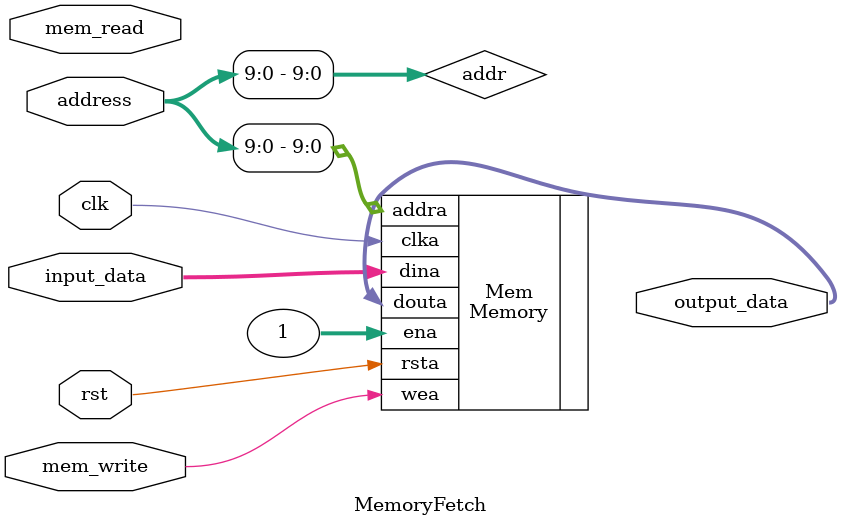
<source format=v>
`timescale 1ns / 1ps
module MemoryFetch(
input clk, rst,
input mem_read,
input mem_write,
input [31:0] address,
input [31:0] input_data,
output [31:0] output_data
	);
wire [9:0] addr;
assign addr = address[9:0];
Memory Mem(
  .clka(clk), // input clka
  .rsta(rst), // input rsta
  .ena(1), // input ena
  .wea(mem_write), // input [0 : 0] wea
  .addra(addr), // input [9 : 0] addra
  .dina(input_data), // input [31 : 0] dina
  .douta(output_data) // output [31 : 0] douta
);


endmodule

</source>
